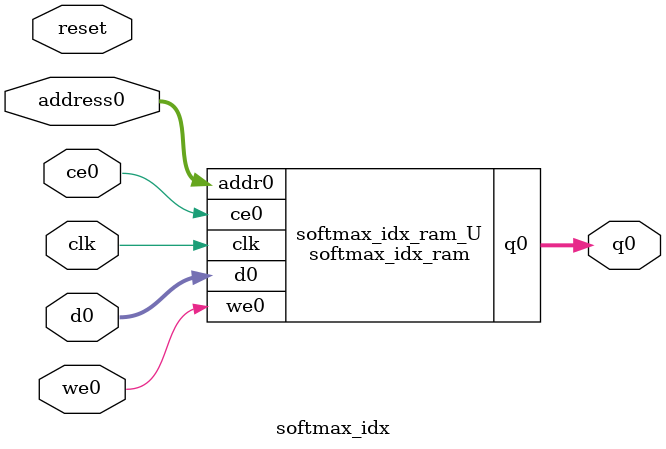
<source format=v>
`timescale 1 ns / 1 ps
module softmax_idx_ram (addr0, ce0, d0, we0, q0,  clk);

parameter DWIDTH = 32;
parameter AWIDTH = 4;
parameter MEM_SIZE = 10;

input[AWIDTH-1:0] addr0;
input ce0;
input[DWIDTH-1:0] d0;
input we0;
output reg[DWIDTH-1:0] q0;
input clk;

(* ram_style = "distributed" *)reg [DWIDTH-1:0] ram[0:MEM_SIZE-1];




always @(posedge clk)  
begin 
    if (ce0) 
    begin
        if (we0) 
        begin 
            ram[addr0] <= d0; 
        end 
        q0 <= ram[addr0];
    end
end


endmodule

`timescale 1 ns / 1 ps
module softmax_idx(
    reset,
    clk,
    address0,
    ce0,
    we0,
    d0,
    q0);

parameter DataWidth = 32'd32;
parameter AddressRange = 32'd10;
parameter AddressWidth = 32'd4;
input reset;
input clk;
input[AddressWidth - 1:0] address0;
input ce0;
input we0;
input[DataWidth - 1:0] d0;
output[DataWidth - 1:0] q0;



softmax_idx_ram softmax_idx_ram_U(
    .clk( clk ),
    .addr0( address0 ),
    .ce0( ce0 ),
    .we0( we0 ),
    .d0( d0 ),
    .q0( q0 ));

endmodule


</source>
